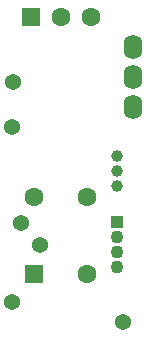
<source format=gbs>
%FSDAX24Y24*%
%MOIN*%
%SFA1B1*%

%IPPOS*%
%ADD43C,0.043400*%
%ADD44R,0.043400X0.043400*%
%ADD45R,0.063100X0.063100*%
%ADD46C,0.063100*%
%ADD47O,0.063100X0.082700*%
%ADD48R,0.063100X0.063100*%
%ADD49C,0.039400*%
%ADD72C,0.054000*%
%LNptw_ecu_cp_v1.0-1*%
%LPD*%
G54D43*
X016520Y014494D03*
Y014002D03*
Y013510D03*
G54D44*
X016520Y014986D03*
G54D45*
X013650Y021827D03*
G54D46*
X014650Y021827D03*
X015650D03*
X013764Y015823D03*
X015535D03*
Y013264D03*
G54D47*
X017071Y019819D03*
Y020819D03*
Y018819D03*
G54D48*
X013764Y013264D03*
G54D49*
X016520Y016207D03*
Y017201D03*
Y016709D03*
G54D72*
X013055Y019671D03*
X013961Y014238D03*
X013341Y014957D03*
X016726Y011669D03*
X013026Y012319D03*
X013016Y018156D03*
M02*
</source>
